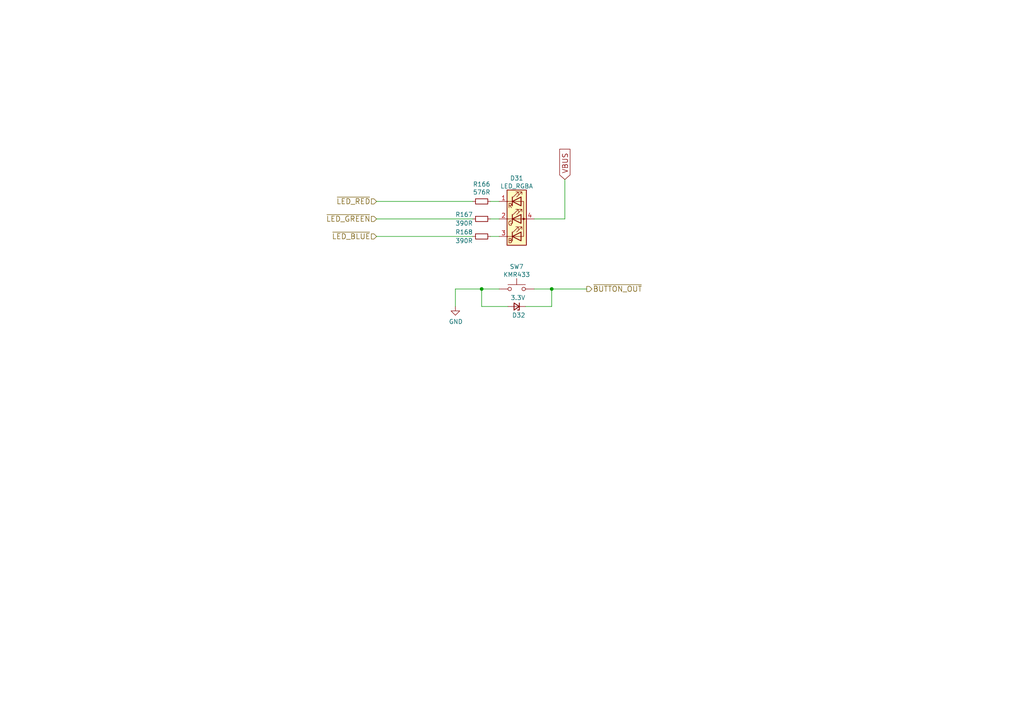
<source format=kicad_sch>
(kicad_sch (version 20211123) (generator eeschema)
  (paper "A4")
  (title_block (title "Pushbutton implementation") (date "2016-10-01"))
  (lib_symbols
    (symbol "Device:D_Zener_Small" (pin_numbers hide) (pin_names (offset 0.254) hide)
      (property "Reference" "D" (at 0 2.286 0))
      (property "Value" "D_Zener_Small" (at 0 -2.286 0))
      (symbol "D_Zener_Small_0_1"
        (polyline (pts (xy 0.762 0) (xy -0.762 0)))
        (polyline (pts (xy -0.254 1.016) (xy -0.762 1.016) (xy -0.762 -1.016)) (stroke (width 0.254)))
        (polyline (pts (xy 0.762 1.016) (xy -0.762 0) (xy 0.762 -1.016) (xy 0.762 1.016)) (stroke (width 0.254)))
      )
      (symbol "D_Zener_Small_1_1"
        (pin passive line (at -2.54 0 0) (length 1.778) (name "K") (number "1"))
        (pin passive line (at 2.54 0 180) (length 1.778) (name "A") (number "2"))
      )
    )
    (symbol "Device:LED_RGBA" (pin_names (offset 0) hide)
      (property "Reference" "D" (at 0 9.398 0))
      (property "Value" "LED_RGBA" (at 0 -8.89 0))
      (symbol "LED_RGBA_0_0"
        (text "B" (at -1.905 -6.35 0) (effects (font (size 1.27 1.27))))
        (text "G" (at -1.905 -1.27 0) (effects (font (size 1.27 1.27))))
        (text "R" (at -1.905 3.81 0) (effects (font (size 1.27 1.27))))
      )
      (symbol "LED_RGBA_0_1"
        (polyline (pts (xy -1.27 -5.08) (xy -2.54 -5.08)))
        (polyline (pts (xy -1.27 -5.08) (xy 1.27 -5.08)))
        (polyline (pts (xy -1.27 -3.81) (xy -1.27 -6.35)) (stroke (width 0.254)))
        (polyline (pts (xy -1.27 0) (xy -2.54 0)))
        (polyline (pts (xy -1.27 1.27) (xy -1.27 -1.27)) (stroke (width 0.254)))
        (polyline (pts (xy -1.27 5.08) (xy -2.54 5.08)))
        (polyline (pts (xy -1.27 5.08) (xy 1.27 5.08)))
        (polyline (pts (xy -1.27 6.35) (xy -1.27 3.81)) (stroke (width 0.254)))
        (polyline (pts (xy 1.27 0) (xy -1.27 0)))
        (polyline (pts (xy 1.27 0) (xy 2.54 0)))
        (polyline (pts (xy -1.27 1.27) (xy -1.27 -1.27) (xy -1.27 -1.27)))
        (polyline (pts (xy -1.27 6.35) (xy -1.27 3.81) (xy -1.27 3.81)))
        (polyline (pts (xy 1.27 -5.08) (xy 2.032 -5.08) (xy 2.032 5.08) (xy 1.27 5.08)))
        (polyline (pts (xy 1.27 -3.81) (xy 1.27 -6.35) (xy -1.27 -5.08) (xy 1.27 -3.81)) (stroke (width 0.254)))
        (polyline (pts (xy 1.27 1.27) (xy 1.27 -1.27) (xy -1.27 0) (xy 1.27 1.27)) (stroke (width 0.254)))
        (polyline (pts (xy 1.27 6.35) (xy 1.27 3.81) (xy -1.27 5.08) (xy 1.27 6.35)) (stroke (width 0.254)))
        (polyline (pts (xy -1.016 -3.81) (xy 0.508 -2.286) (xy -0.254 -2.286) (xy 0.508 -2.286) (xy 0.508 -3.048)))
        (polyline (pts (xy -1.016 1.27) (xy 0.508 2.794) (xy -0.254 2.794) (xy 0.508 2.794) (xy 0.508 2.032)))
        (polyline (pts (xy -1.016 6.35) (xy 0.508 7.874) (xy -0.254 7.874) (xy 0.508 7.874) (xy 0.508 7.112)))
        (polyline (pts (xy 0 -3.81) (xy 1.524 -2.286) (xy 0.762 -2.286) (xy 1.524 -2.286) (xy 1.524 -3.048)))
        (polyline (pts (xy 0 1.27) (xy 1.524 2.794) (xy 0.762 2.794) (xy 1.524 2.794) (xy 1.524 2.032)))
        (polyline (pts (xy 0 6.35) (xy 1.524 7.874) (xy 0.762 7.874) (xy 1.524 7.874) (xy 1.524 7.112)))
        (rectangle (start 1.27 -1.27) (end 1.27 1.27))
        (rectangle (start 1.27 1.27) (end 1.27 1.27))
        (rectangle (start 1.27 3.81) (end 1.27 6.35))
        (rectangle (start 1.27 6.35) (end 1.27 6.35))
        (circle (center 2.032 0) (radius 0.254) (fill (type outline)))
        (rectangle (start 2.794 8.382) (end -2.794 -7.62) (stroke (width 0.254)) (fill (type background)))
      )
      (symbol "LED_RGBA_1_1"
        (pin passive line (at -5.08 5.08 0) (length 2.54) (name "RK") (number "1"))
        (pin passive line (at -5.08 0 0) (length 2.54) (name "GK") (number "2"))
        (pin passive line (at -5.08 -5.08 0) (length 2.54) (name "BK") (number "3"))
        (pin passive line (at 5.08 0 180) (length 2.54) (name "A") (number "4"))
      )
    )
    (symbol "Device:R_Small" (pin_numbers hide) (pin_names (offset 0.254) hide)
      (property "Reference" "R" (at 0.762 0.508 0))
      (property "Value" "R_Small" (at 0.762 -1.016 0))
      (symbol "R_Small_0_1"
        (rectangle (start -0.762 1.778) (end 0.762 -1.778) (stroke (width 0.2032)))
      )
      (symbol "R_Small_1_1"
        (pin passive line (at 0 2.54 270) (length 0.762) (name "~") (number "1"))
        (pin passive line (at 0 -2.54 90) (length 0.762) (name "~") (number "2"))
      )
    )
    (symbol "Mainboard-rescue:GND-power" (power) (pin_names (offset 0))
      (property "Value" "GND-power" (at 0 -3.81 0))
      (symbol "GND-power_0_1"
        (polyline (pts (xy 0 0) (xy 0 -1.27) (xy 1.27 -1.27) (xy 0 -2.54) (xy -1.27 -1.27) (xy 0 -1.27)))
      )
      (symbol "GND-power_1_1"
        (pin power_in line (at 0 0 270) (length 0) hide (name "GND") (number "1"))
      )
    )
    (symbol "Switch:SW_Push" (pin_numbers hide) (pin_names (offset 1.016) hide)
      (property "Reference" "SW" (at 1.27 2.54 0))
      (property "Value" "SW_Push" (at 0 -1.524 0))
      (symbol "SW_Push_0_1"
        (circle (center -2.032 0) (radius 0.508))
        (polyline (pts (xy 0 1.27) (xy 0 3.048)))
        (polyline (pts (xy 2.54 1.27) (xy -2.54 1.27)))
        (circle (center 2.032 0) (radius 0.508))
        (pin passive line (at -5.08 0 0) (length 2.54) (name "1") (number "1"))
        (pin passive line (at 5.08 0 180) (length 2.54) (name "2") (number "2"))
      )
    )
  )
  (junction (at 139.7 83.82))
  (junction (at 160.02 83.82))
  (wire (pts (xy 109.22 58.42) (xy 137.16 58.42)))
  (wire (pts (xy 139.7 83.82) (xy 139.7 88.9)))
  (wire (pts (xy 142.24 68.58) (xy 144.78 68.58)))
  (wire (pts (xy 154.94 83.82) (xy 160.02 83.82)))
  (wire (pts (xy 142.24 63.5) (xy 144.78 63.5)))
  (wire (pts (xy 139.7 88.9) (xy 147.32 88.9)))
  (wire (pts (xy 142.24 58.42) (xy 144.78 58.42)))
  (wire (pts (xy 109.22 68.58) (xy 137.16 68.58)))
  (wire (pts (xy 163.83 63.5) (xy 154.94 63.5)))
  (wire (pts (xy 160.02 88.9) (xy 160.02 83.82)))
  (wire (pts (xy 139.7 83.82) (xy 144.78 83.82)))
  (wire (pts (xy 163.83 63.5) (xy 163.83 52.07)))
  (wire (pts (xy 160.02 83.82) (xy 170.18 83.82)))
  (wire (pts (xy 109.22 63.5) (xy 137.16 63.5)))
  (wire (pts (xy 132.08 83.82) (xy 132.08 88.9)))
  (wire (pts (xy 152.4 88.9) (xy 160.02 88.9)))
  (wire (pts (xy 132.08 83.82) (xy 139.7 83.82)))
  (global_label "VBUS" (shape input) (at 163.83 52.07 90) (effects (font (size 1.524 1.524))) (property "Referenzen zwischen Schaltplänen" "${INTERSHEET_REFS}" (effects hide)))
  (hierarchical_label "~{LED_GREEN}" (shape input) (at 109.22 63.5 180) (effects (font (size 1.524 1.524))))
  (hierarchical_label "~{LED_BLUE}" (shape input) (at 109.22 68.58 180) (effects (font (size 1.524 1.524))))
  (hierarchical_label "~{BUTTON_OUT}" (shape output) (at 170.18 83.82 0) (effects (font (size 1.524 1.524))))
  (hierarchical_label "~{LED_RED}" (shape input) (at 109.22 58.42 180) (effects (font (size 1.524 1.524))))
  (symbol (lib_id "Switch:SW_Push") (at 149.86 83.82 0) (unit 1)
    (property "Reference" "SW7" (at 149.86 77.343 0))
    (property "Value" "KMR433" (at 149.86 79.6544 0))
    (property "Footprint" "Buttons_Switches_SMD:SW_SPST_KMR2" (effects hide))
    (property "Manufacturer" "C&K Components" (effects hide))
    (property "Type" "KMR433NGLFG" (effects hide))
    (property "Source" "Farnell" (effects hide))
    (property "Order Number" "1908247" (effects hide))
  )
  (symbol (lib_id "Device:D_Zener_Small") (at 149.86 88.9 180) (unit 1)
    (property "Reference" "D32" (at 152.4 91.44 0) (effects (justify left)))
    (property "Value" "3.3V" (at 152.4 86.36 0) (effects (justify left)))
    (property "Footprint" "Diodes_SMD:SOD-523" (effects hide))
    (property "Manufacturer" "On Semiconductor" (effects hide))
    (property "Type" "ESD5Z3.3T1G" (effects hide))
    (property "Source" "Farnell" (effects hide))
    (property "Order Number" "2317508" (effects hide))
  )
  (symbol (lib_id "Device:LED_RGBA") (at 149.86 63.5 0) (unit 1)
    (property "Reference" "D31" (at 149.86 51.689 0))
    (property "Value" "LED_RGBA" (at 149.86 54.0004 0))
    (property "Footprint" "Various:LED-PLCC4" (effects hide))
    (property "Manufacturer" "Broadcom" (effects hide))
    (property "Type" "ASMB-MTB1-0A3A2" (effects hide))
    (property "Source" "Farnell" (effects hide))
    (property "Order Number" "2401106" (effects hide))
  )
  (symbol (lib_id "Device:R_Small") (at 139.7 58.42 270) (unit 1)
    (property "Reference" "R166" (at 139.7 53.4416 90))
    (property "Value" "576R" (at 139.7 55.753 90))
    (property "Footprint" "Resistors_SMD:R_0603_HandSoldering" (effects hide))
    (property "Manufacturer" "Value" (effects hide))
    (property "Type" "Value" (effects hide))
    (property "Source" "Farnell" (effects hide))
    (property "Order Number" "Value" (effects hide))
  )
  (symbol (lib_id "Device:R_Small") (at 139.7 63.5 270) (unit 1)
    (property "Reference" "R167" (at 137.16 62.23 90) (effects (justify right)))
    (property "Value" "390R" (at 137.16 64.77 90) (effects (justify right)))
    (property "Footprint" "Resistors_SMD:R_0603_HandSoldering" (effects hide))
    (property "Manufacturer" "Value" (effects hide))
    (property "Type" "Value" (effects hide))
    (property "Source" "Farnell" (effects hide))
    (property "Order Number" "Value" (effects hide))
  )
  (symbol (lib_id "Device:R_Small") (at 139.7 68.58 270) (unit 1)
    (property "Reference" "R168" (at 137.16 67.31 90) (effects (justify right)))
    (property "Value" "390R" (at 137.16 69.85 90) (effects (justify right)))
    (property "Footprint" "Resistors_SMD:R_0603_HandSoldering" (effects hide))
    (property "Manufacturer" "Value" (effects hide))
    (property "Type" "Value" (effects hide))
    (property "Source" "Farnell" (effects hide))
    (property "Order Number" "Value" (effects hide))
  )
  (symbol (lib_id "Mainboard-rescue:GND-power") (at 132.08 88.9 0) (unit 1)
    (property "Reference" "#PWR0299" (effects hide))
    (property "Value" "GND" (at 132.207 93.2942 0))
  )
)
</source>
